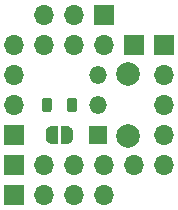
<source format=gbr>
%TF.GenerationSoftware,KiCad,Pcbnew,5.1.8*%
%TF.CreationDate,2020-11-15T21:26:51-08:00*%
%TF.ProjectId,teensy-toslink-receiver,7465656e-7379-42d7-946f-736c696e6b2d,rev?*%
%TF.SameCoordinates,Original*%
%TF.FileFunction,Soldermask,Bot*%
%TF.FilePolarity,Negative*%
%FSLAX46Y46*%
G04 Gerber Fmt 4.6, Leading zero omitted, Abs format (unit mm)*
G04 Created by KiCad (PCBNEW 5.1.8) date 2020-11-15 21:26:51*
%MOMM*%
%LPD*%
G01*
G04 APERTURE LIST*
%ADD10R,1.500000X1.500000*%
%ADD11O,1.500000X1.500000*%
%ADD12C,2.000000*%
%ADD13C,0.100000*%
%ADD14O,1.700000X1.700000*%
%ADD15R,1.700000X1.700000*%
G04 APERTURE END LIST*
D10*
%TO.C,U1*%
X151892000Y-76200000D03*
D11*
X151892000Y-73660000D03*
X151892000Y-71120000D03*
D12*
X154432000Y-76280000D03*
X154432000Y-71040000D03*
%TD*%
%TO.C,L1*%
G36*
G01*
X149215000Y-74041250D02*
X149215000Y-73278750D01*
G75*
G02*
X149433750Y-73060000I218750J0D01*
G01*
X149871250Y-73060000D01*
G75*
G02*
X150090000Y-73278750I0J-218750D01*
G01*
X150090000Y-74041250D01*
G75*
G02*
X149871250Y-74260000I-218750J0D01*
G01*
X149433750Y-74260000D01*
G75*
G02*
X149215000Y-74041250I0J218750D01*
G01*
G37*
G36*
G01*
X147090000Y-74041250D02*
X147090000Y-73278750D01*
G75*
G02*
X147308750Y-73060000I218750J0D01*
G01*
X147746250Y-73060000D01*
G75*
G02*
X147965000Y-73278750I0J-218750D01*
G01*
X147965000Y-74041250D01*
G75*
G02*
X147746250Y-74260000I-218750J0D01*
G01*
X147308750Y-74260000D01*
G75*
G02*
X147090000Y-74041250I0J218750D01*
G01*
G37*
%TD*%
D13*
%TO.C,JP1*%
G36*
X148740000Y-75450000D02*
G01*
X149240000Y-75450000D01*
X149240000Y-75450602D01*
X149264534Y-75450602D01*
X149313365Y-75455412D01*
X149361490Y-75464984D01*
X149408445Y-75479228D01*
X149453778Y-75498005D01*
X149497051Y-75521136D01*
X149537850Y-75548396D01*
X149575779Y-75579524D01*
X149610476Y-75614221D01*
X149641604Y-75652150D01*
X149668864Y-75692949D01*
X149691995Y-75736222D01*
X149710772Y-75781555D01*
X149725016Y-75828510D01*
X149734588Y-75876635D01*
X149739398Y-75925466D01*
X149739398Y-75950000D01*
X149740000Y-75950000D01*
X149740000Y-76450000D01*
X149739398Y-76450000D01*
X149739398Y-76474534D01*
X149734588Y-76523365D01*
X149725016Y-76571490D01*
X149710772Y-76618445D01*
X149691995Y-76663778D01*
X149668864Y-76707051D01*
X149641604Y-76747850D01*
X149610476Y-76785779D01*
X149575779Y-76820476D01*
X149537850Y-76851604D01*
X149497051Y-76878864D01*
X149453778Y-76901995D01*
X149408445Y-76920772D01*
X149361490Y-76935016D01*
X149313365Y-76944588D01*
X149264534Y-76949398D01*
X149240000Y-76949398D01*
X149240000Y-76950000D01*
X148740000Y-76950000D01*
X148740000Y-75450000D01*
G37*
G36*
X147940000Y-76949398D02*
G01*
X147915466Y-76949398D01*
X147866635Y-76944588D01*
X147818510Y-76935016D01*
X147771555Y-76920772D01*
X147726222Y-76901995D01*
X147682949Y-76878864D01*
X147642150Y-76851604D01*
X147604221Y-76820476D01*
X147569524Y-76785779D01*
X147538396Y-76747850D01*
X147511136Y-76707051D01*
X147488005Y-76663778D01*
X147469228Y-76618445D01*
X147454984Y-76571490D01*
X147445412Y-76523365D01*
X147440602Y-76474534D01*
X147440602Y-76450000D01*
X147440000Y-76450000D01*
X147440000Y-75950000D01*
X147440602Y-75950000D01*
X147440602Y-75925466D01*
X147445412Y-75876635D01*
X147454984Y-75828510D01*
X147469228Y-75781555D01*
X147488005Y-75736222D01*
X147511136Y-75692949D01*
X147538396Y-75652150D01*
X147569524Y-75614221D01*
X147604221Y-75579524D01*
X147642150Y-75548396D01*
X147682949Y-75521136D01*
X147726222Y-75498005D01*
X147771555Y-75479228D01*
X147818510Y-75464984D01*
X147866635Y-75455412D01*
X147915466Y-75450602D01*
X147940000Y-75450602D01*
X147940000Y-75450000D01*
X148440000Y-75450000D01*
X148440000Y-76950000D01*
X147940000Y-76950000D01*
X147940000Y-76949398D01*
G37*
%TD*%
D14*
%TO.C,J6*%
X152400000Y-81280000D03*
X149860000Y-81280000D03*
X147320000Y-81280000D03*
D15*
X144780000Y-81280000D03*
%TD*%
D14*
%TO.C,J5*%
X144780000Y-71120000D03*
X144780000Y-73660000D03*
D15*
X144780000Y-76200000D03*
%TD*%
D14*
%TO.C,J4*%
X157480000Y-78740000D03*
X157480000Y-76200000D03*
X157480000Y-73660000D03*
X157480000Y-71120000D03*
D15*
X157480000Y-68580000D03*
%TD*%
D14*
%TO.C,J3*%
X154940000Y-78740000D03*
X152400000Y-78740000D03*
X149860000Y-78740000D03*
X147320000Y-78740000D03*
D15*
X144780000Y-78740000D03*
%TD*%
D14*
%TO.C,J2*%
X144780000Y-68580000D03*
X147320000Y-68580000D03*
X149860000Y-68580000D03*
X152400000Y-68580000D03*
D15*
X154940000Y-68580000D03*
%TD*%
D14*
%TO.C,J1*%
X147320000Y-66040000D03*
X149860000Y-66040000D03*
D15*
X152400000Y-66040000D03*
%TD*%
M02*

</source>
